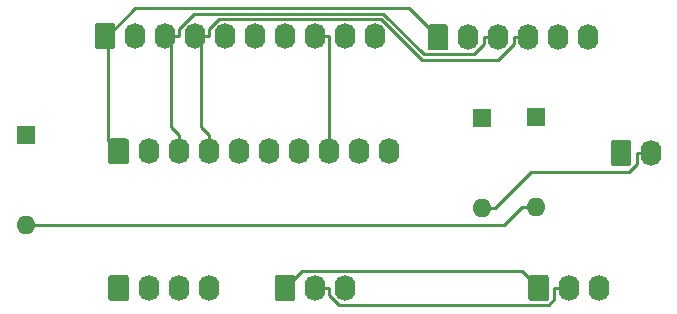
<source format=gbr>
G04 #@! TF.GenerationSoftware,KiCad,Pcbnew,(5.1.5-0-10_14)*
G04 #@! TF.CreationDate,2021-04-18T15:00:39+10:00*
G04 #@! TF.ProjectId,OH - Right Console - 6 - KY-58 Control,4f48202d-2052-4696-9768-7420436f6e73,rev?*
G04 #@! TF.SameCoordinates,Original*
G04 #@! TF.FileFunction,Copper,L1,Top*
G04 #@! TF.FilePolarity,Positive*
%FSLAX46Y46*%
G04 Gerber Fmt 4.6, Leading zero omitted, Abs format (unit mm)*
G04 Created by KiCad (PCBNEW (5.1.5-0-10_14)) date 2021-04-18 15:00:39*
%MOMM*%
%LPD*%
G04 APERTURE LIST*
%ADD10O,1.740000X2.200000*%
%ADD11C,0.100000*%
%ADD12O,1.600000X1.600000*%
%ADD13R,1.600000X1.600000*%
%ADD14C,0.250000*%
G04 APERTURE END LIST*
D10*
X119253000Y-99060000D03*
X116713000Y-99060000D03*
X114173000Y-99060000D03*
X111633000Y-99060000D03*
X109093000Y-99060000D03*
X106553000Y-99060000D03*
X104013000Y-99060000D03*
X101473000Y-99060000D03*
X98933000Y-99060000D03*
G04 #@! TA.AperFunction,ComponentPad*
D11*
G36*
X97037505Y-97961204D02*
G01*
X97061773Y-97964804D01*
X97085572Y-97970765D01*
X97108671Y-97979030D01*
X97130850Y-97989520D01*
X97151893Y-98002132D01*
X97171599Y-98016747D01*
X97189777Y-98033223D01*
X97206253Y-98051401D01*
X97220868Y-98071107D01*
X97233480Y-98092150D01*
X97243970Y-98114329D01*
X97252235Y-98137428D01*
X97258196Y-98161227D01*
X97261796Y-98185495D01*
X97263000Y-98209999D01*
X97263000Y-99910001D01*
X97261796Y-99934505D01*
X97258196Y-99958773D01*
X97252235Y-99982572D01*
X97243970Y-100005671D01*
X97233480Y-100027850D01*
X97220868Y-100048893D01*
X97206253Y-100068599D01*
X97189777Y-100086777D01*
X97171599Y-100103253D01*
X97151893Y-100117868D01*
X97130850Y-100130480D01*
X97108671Y-100140970D01*
X97085572Y-100149235D01*
X97061773Y-100155196D01*
X97037505Y-100158796D01*
X97013001Y-100160000D01*
X95772999Y-100160000D01*
X95748495Y-100158796D01*
X95724227Y-100155196D01*
X95700428Y-100149235D01*
X95677329Y-100140970D01*
X95655150Y-100130480D01*
X95634107Y-100117868D01*
X95614401Y-100103253D01*
X95596223Y-100086777D01*
X95579747Y-100068599D01*
X95565132Y-100048893D01*
X95552520Y-100027850D01*
X95542030Y-100005671D01*
X95533765Y-99982572D01*
X95527804Y-99958773D01*
X95524204Y-99934505D01*
X95523000Y-99910001D01*
X95523000Y-98209999D01*
X95524204Y-98185495D01*
X95527804Y-98161227D01*
X95533765Y-98137428D01*
X95542030Y-98114329D01*
X95552520Y-98092150D01*
X95565132Y-98071107D01*
X95579747Y-98051401D01*
X95596223Y-98033223D01*
X95614401Y-98016747D01*
X95634107Y-98002132D01*
X95655150Y-97989520D01*
X95677329Y-97979030D01*
X95700428Y-97970765D01*
X95724227Y-97964804D01*
X95748495Y-97961204D01*
X95772999Y-97960000D01*
X97013001Y-97960000D01*
X97037505Y-97961204D01*
G37*
G04 #@! TD.AperFunction*
D10*
X105156000Y-120396000D03*
X102616000Y-120396000D03*
X100076000Y-120396000D03*
G04 #@! TA.AperFunction,ComponentPad*
D11*
G36*
X98180505Y-119297204D02*
G01*
X98204773Y-119300804D01*
X98228572Y-119306765D01*
X98251671Y-119315030D01*
X98273850Y-119325520D01*
X98294893Y-119338132D01*
X98314599Y-119352747D01*
X98332777Y-119369223D01*
X98349253Y-119387401D01*
X98363868Y-119407107D01*
X98376480Y-119428150D01*
X98386970Y-119450329D01*
X98395235Y-119473428D01*
X98401196Y-119497227D01*
X98404796Y-119521495D01*
X98406000Y-119545999D01*
X98406000Y-121246001D01*
X98404796Y-121270505D01*
X98401196Y-121294773D01*
X98395235Y-121318572D01*
X98386970Y-121341671D01*
X98376480Y-121363850D01*
X98363868Y-121384893D01*
X98349253Y-121404599D01*
X98332777Y-121422777D01*
X98314599Y-121439253D01*
X98294893Y-121453868D01*
X98273850Y-121466480D01*
X98251671Y-121476970D01*
X98228572Y-121485235D01*
X98204773Y-121491196D01*
X98180505Y-121494796D01*
X98156001Y-121496000D01*
X96915999Y-121496000D01*
X96891495Y-121494796D01*
X96867227Y-121491196D01*
X96843428Y-121485235D01*
X96820329Y-121476970D01*
X96798150Y-121466480D01*
X96777107Y-121453868D01*
X96757401Y-121439253D01*
X96739223Y-121422777D01*
X96722747Y-121404599D01*
X96708132Y-121384893D01*
X96695520Y-121363850D01*
X96685030Y-121341671D01*
X96676765Y-121318572D01*
X96670804Y-121294773D01*
X96667204Y-121270505D01*
X96666000Y-121246001D01*
X96666000Y-119545999D01*
X96667204Y-119521495D01*
X96670804Y-119497227D01*
X96676765Y-119473428D01*
X96685030Y-119450329D01*
X96695520Y-119428150D01*
X96708132Y-119407107D01*
X96722747Y-119387401D01*
X96739223Y-119369223D01*
X96757401Y-119352747D01*
X96777107Y-119338132D01*
X96798150Y-119325520D01*
X96820329Y-119315030D01*
X96843428Y-119306765D01*
X96867227Y-119300804D01*
X96891495Y-119297204D01*
X96915999Y-119296000D01*
X98156001Y-119296000D01*
X98180505Y-119297204D01*
G37*
G04 #@! TD.AperFunction*
D10*
X137287000Y-99187000D03*
X134747000Y-99187000D03*
X132207000Y-99187000D03*
X129667000Y-99187000D03*
X127127000Y-99187000D03*
G04 #@! TA.AperFunction,ComponentPad*
D11*
G36*
X125231505Y-98088204D02*
G01*
X125255773Y-98091804D01*
X125279572Y-98097765D01*
X125302671Y-98106030D01*
X125324850Y-98116520D01*
X125345893Y-98129132D01*
X125365599Y-98143747D01*
X125383777Y-98160223D01*
X125400253Y-98178401D01*
X125414868Y-98198107D01*
X125427480Y-98219150D01*
X125437970Y-98241329D01*
X125446235Y-98264428D01*
X125452196Y-98288227D01*
X125455796Y-98312495D01*
X125457000Y-98336999D01*
X125457000Y-100037001D01*
X125455796Y-100061505D01*
X125452196Y-100085773D01*
X125446235Y-100109572D01*
X125437970Y-100132671D01*
X125427480Y-100154850D01*
X125414868Y-100175893D01*
X125400253Y-100195599D01*
X125383777Y-100213777D01*
X125365599Y-100230253D01*
X125345893Y-100244868D01*
X125324850Y-100257480D01*
X125302671Y-100267970D01*
X125279572Y-100276235D01*
X125255773Y-100282196D01*
X125231505Y-100285796D01*
X125207001Y-100287000D01*
X123966999Y-100287000D01*
X123942495Y-100285796D01*
X123918227Y-100282196D01*
X123894428Y-100276235D01*
X123871329Y-100267970D01*
X123849150Y-100257480D01*
X123828107Y-100244868D01*
X123808401Y-100230253D01*
X123790223Y-100213777D01*
X123773747Y-100195599D01*
X123759132Y-100175893D01*
X123746520Y-100154850D01*
X123736030Y-100132671D01*
X123727765Y-100109572D01*
X123721804Y-100085773D01*
X123718204Y-100061505D01*
X123717000Y-100037001D01*
X123717000Y-98336999D01*
X123718204Y-98312495D01*
X123721804Y-98288227D01*
X123727765Y-98264428D01*
X123736030Y-98241329D01*
X123746520Y-98219150D01*
X123759132Y-98198107D01*
X123773747Y-98178401D01*
X123790223Y-98160223D01*
X123808401Y-98143747D01*
X123828107Y-98129132D01*
X123849150Y-98116520D01*
X123871329Y-98106030D01*
X123894428Y-98097765D01*
X123918227Y-98091804D01*
X123942495Y-98088204D01*
X123966999Y-98087000D01*
X125207001Y-98087000D01*
X125231505Y-98088204D01*
G37*
G04 #@! TD.AperFunction*
D10*
X138176000Y-120396000D03*
X135636000Y-120396000D03*
G04 #@! TA.AperFunction,ComponentPad*
D11*
G36*
X133740505Y-119297204D02*
G01*
X133764773Y-119300804D01*
X133788572Y-119306765D01*
X133811671Y-119315030D01*
X133833850Y-119325520D01*
X133854893Y-119338132D01*
X133874599Y-119352747D01*
X133892777Y-119369223D01*
X133909253Y-119387401D01*
X133923868Y-119407107D01*
X133936480Y-119428150D01*
X133946970Y-119450329D01*
X133955235Y-119473428D01*
X133961196Y-119497227D01*
X133964796Y-119521495D01*
X133966000Y-119545999D01*
X133966000Y-121246001D01*
X133964796Y-121270505D01*
X133961196Y-121294773D01*
X133955235Y-121318572D01*
X133946970Y-121341671D01*
X133936480Y-121363850D01*
X133923868Y-121384893D01*
X133909253Y-121404599D01*
X133892777Y-121422777D01*
X133874599Y-121439253D01*
X133854893Y-121453868D01*
X133833850Y-121466480D01*
X133811671Y-121476970D01*
X133788572Y-121485235D01*
X133764773Y-121491196D01*
X133740505Y-121494796D01*
X133716001Y-121496000D01*
X132475999Y-121496000D01*
X132451495Y-121494796D01*
X132427227Y-121491196D01*
X132403428Y-121485235D01*
X132380329Y-121476970D01*
X132358150Y-121466480D01*
X132337107Y-121453868D01*
X132317401Y-121439253D01*
X132299223Y-121422777D01*
X132282747Y-121404599D01*
X132268132Y-121384893D01*
X132255520Y-121363850D01*
X132245030Y-121341671D01*
X132236765Y-121318572D01*
X132230804Y-121294773D01*
X132227204Y-121270505D01*
X132226000Y-121246001D01*
X132226000Y-119545999D01*
X132227204Y-119521495D01*
X132230804Y-119497227D01*
X132236765Y-119473428D01*
X132245030Y-119450329D01*
X132255520Y-119428150D01*
X132268132Y-119407107D01*
X132282747Y-119387401D01*
X132299223Y-119369223D01*
X132317401Y-119352747D01*
X132337107Y-119338132D01*
X132358150Y-119325520D01*
X132380329Y-119315030D01*
X132403428Y-119306765D01*
X132427227Y-119300804D01*
X132451495Y-119297204D01*
X132475999Y-119296000D01*
X133716001Y-119296000D01*
X133740505Y-119297204D01*
G37*
G04 #@! TD.AperFunction*
D10*
X120396000Y-108839000D03*
X117856000Y-108839000D03*
X115316000Y-108839000D03*
X112776000Y-108839000D03*
X110236000Y-108839000D03*
X107696000Y-108839000D03*
X105156000Y-108839000D03*
X102616000Y-108839000D03*
X100076000Y-108839000D03*
G04 #@! TA.AperFunction,ComponentPad*
D11*
G36*
X98180505Y-107740204D02*
G01*
X98204773Y-107743804D01*
X98228572Y-107749765D01*
X98251671Y-107758030D01*
X98273850Y-107768520D01*
X98294893Y-107781132D01*
X98314599Y-107795747D01*
X98332777Y-107812223D01*
X98349253Y-107830401D01*
X98363868Y-107850107D01*
X98376480Y-107871150D01*
X98386970Y-107893329D01*
X98395235Y-107916428D01*
X98401196Y-107940227D01*
X98404796Y-107964495D01*
X98406000Y-107988999D01*
X98406000Y-109689001D01*
X98404796Y-109713505D01*
X98401196Y-109737773D01*
X98395235Y-109761572D01*
X98386970Y-109784671D01*
X98376480Y-109806850D01*
X98363868Y-109827893D01*
X98349253Y-109847599D01*
X98332777Y-109865777D01*
X98314599Y-109882253D01*
X98294893Y-109896868D01*
X98273850Y-109909480D01*
X98251671Y-109919970D01*
X98228572Y-109928235D01*
X98204773Y-109934196D01*
X98180505Y-109937796D01*
X98156001Y-109939000D01*
X96915999Y-109939000D01*
X96891495Y-109937796D01*
X96867227Y-109934196D01*
X96843428Y-109928235D01*
X96820329Y-109919970D01*
X96798150Y-109909480D01*
X96777107Y-109896868D01*
X96757401Y-109882253D01*
X96739223Y-109865777D01*
X96722747Y-109847599D01*
X96708132Y-109827893D01*
X96695520Y-109806850D01*
X96685030Y-109784671D01*
X96676765Y-109761572D01*
X96670804Y-109737773D01*
X96667204Y-109713505D01*
X96666000Y-109689001D01*
X96666000Y-107988999D01*
X96667204Y-107964495D01*
X96670804Y-107940227D01*
X96676765Y-107916428D01*
X96685030Y-107893329D01*
X96695520Y-107871150D01*
X96708132Y-107850107D01*
X96722747Y-107830401D01*
X96739223Y-107812223D01*
X96757401Y-107795747D01*
X96777107Y-107781132D01*
X96798150Y-107768520D01*
X96820329Y-107758030D01*
X96843428Y-107749765D01*
X96867227Y-107743804D01*
X96891495Y-107740204D01*
X96915999Y-107739000D01*
X98156001Y-107739000D01*
X98180505Y-107740204D01*
G37*
G04 #@! TD.AperFunction*
D10*
X116713000Y-120396000D03*
X114173000Y-120396000D03*
G04 #@! TA.AperFunction,ComponentPad*
D11*
G36*
X112277505Y-119297204D02*
G01*
X112301773Y-119300804D01*
X112325572Y-119306765D01*
X112348671Y-119315030D01*
X112370850Y-119325520D01*
X112391893Y-119338132D01*
X112411599Y-119352747D01*
X112429777Y-119369223D01*
X112446253Y-119387401D01*
X112460868Y-119407107D01*
X112473480Y-119428150D01*
X112483970Y-119450329D01*
X112492235Y-119473428D01*
X112498196Y-119497227D01*
X112501796Y-119521495D01*
X112503000Y-119545999D01*
X112503000Y-121246001D01*
X112501796Y-121270505D01*
X112498196Y-121294773D01*
X112492235Y-121318572D01*
X112483970Y-121341671D01*
X112473480Y-121363850D01*
X112460868Y-121384893D01*
X112446253Y-121404599D01*
X112429777Y-121422777D01*
X112411599Y-121439253D01*
X112391893Y-121453868D01*
X112370850Y-121466480D01*
X112348671Y-121476970D01*
X112325572Y-121485235D01*
X112301773Y-121491196D01*
X112277505Y-121494796D01*
X112253001Y-121496000D01*
X111012999Y-121496000D01*
X110988495Y-121494796D01*
X110964227Y-121491196D01*
X110940428Y-121485235D01*
X110917329Y-121476970D01*
X110895150Y-121466480D01*
X110874107Y-121453868D01*
X110854401Y-121439253D01*
X110836223Y-121422777D01*
X110819747Y-121404599D01*
X110805132Y-121384893D01*
X110792520Y-121363850D01*
X110782030Y-121341671D01*
X110773765Y-121318572D01*
X110767804Y-121294773D01*
X110764204Y-121270505D01*
X110763000Y-121246001D01*
X110763000Y-119545999D01*
X110764204Y-119521495D01*
X110767804Y-119497227D01*
X110773765Y-119473428D01*
X110782030Y-119450329D01*
X110792520Y-119428150D01*
X110805132Y-119407107D01*
X110819747Y-119387401D01*
X110836223Y-119369223D01*
X110854401Y-119352747D01*
X110874107Y-119338132D01*
X110895150Y-119325520D01*
X110917329Y-119315030D01*
X110940428Y-119306765D01*
X110964227Y-119300804D01*
X110988495Y-119297204D01*
X111012999Y-119296000D01*
X112253001Y-119296000D01*
X112277505Y-119297204D01*
G37*
G04 #@! TD.AperFunction*
D10*
X142621000Y-108966000D03*
G04 #@! TA.AperFunction,ComponentPad*
D11*
G36*
X140725505Y-107867204D02*
G01*
X140749773Y-107870804D01*
X140773572Y-107876765D01*
X140796671Y-107885030D01*
X140818850Y-107895520D01*
X140839893Y-107908132D01*
X140859599Y-107922747D01*
X140877777Y-107939223D01*
X140894253Y-107957401D01*
X140908868Y-107977107D01*
X140921480Y-107998150D01*
X140931970Y-108020329D01*
X140940235Y-108043428D01*
X140946196Y-108067227D01*
X140949796Y-108091495D01*
X140951000Y-108115999D01*
X140951000Y-109816001D01*
X140949796Y-109840505D01*
X140946196Y-109864773D01*
X140940235Y-109888572D01*
X140931970Y-109911671D01*
X140921480Y-109933850D01*
X140908868Y-109954893D01*
X140894253Y-109974599D01*
X140877777Y-109992777D01*
X140859599Y-110009253D01*
X140839893Y-110023868D01*
X140818850Y-110036480D01*
X140796671Y-110046970D01*
X140773572Y-110055235D01*
X140749773Y-110061196D01*
X140725505Y-110064796D01*
X140701001Y-110066000D01*
X139460999Y-110066000D01*
X139436495Y-110064796D01*
X139412227Y-110061196D01*
X139388428Y-110055235D01*
X139365329Y-110046970D01*
X139343150Y-110036480D01*
X139322107Y-110023868D01*
X139302401Y-110009253D01*
X139284223Y-109992777D01*
X139267747Y-109974599D01*
X139253132Y-109954893D01*
X139240520Y-109933850D01*
X139230030Y-109911671D01*
X139221765Y-109888572D01*
X139215804Y-109864773D01*
X139212204Y-109840505D01*
X139211000Y-109816001D01*
X139211000Y-108115999D01*
X139212204Y-108091495D01*
X139215804Y-108067227D01*
X139221765Y-108043428D01*
X139230030Y-108020329D01*
X139240520Y-107998150D01*
X139253132Y-107977107D01*
X139267747Y-107957401D01*
X139284223Y-107939223D01*
X139302401Y-107922747D01*
X139322107Y-107908132D01*
X139343150Y-107895520D01*
X139365329Y-107885030D01*
X139388428Y-107876765D01*
X139412227Y-107870804D01*
X139436495Y-107867204D01*
X139460999Y-107866000D01*
X140701001Y-107866000D01*
X140725505Y-107867204D01*
G37*
G04 #@! TD.AperFunction*
D12*
X128270000Y-113665000D03*
D13*
X128270000Y-106045000D03*
D12*
X89662000Y-115062000D03*
D13*
X89662000Y-107442000D03*
D12*
X132842000Y-113538000D03*
D13*
X132842000Y-105918000D03*
D14*
X132842000Y-113538000D02*
X131716700Y-113538000D01*
X89662000Y-115062000D02*
X130192700Y-115062000D01*
X130192700Y-115062000D02*
X131716700Y-113538000D01*
X142621000Y-108966000D02*
X141425700Y-108966000D01*
X128270000Y-113665000D02*
X129395300Y-113665000D01*
X129395300Y-113665000D02*
X132444600Y-110615700D01*
X132444600Y-110615700D02*
X140747200Y-110615700D01*
X140747200Y-110615700D02*
X141425700Y-109937200D01*
X141425700Y-109937200D02*
X141425700Y-108966000D01*
X135636000Y-120396000D02*
X134440700Y-120396000D01*
X114173000Y-120396000D02*
X115368300Y-120396000D01*
X115368300Y-120396000D02*
X115368300Y-120993600D01*
X115368300Y-120993600D02*
X116217700Y-121843000D01*
X116217700Y-121843000D02*
X133964900Y-121843000D01*
X133964900Y-121843000D02*
X134440700Y-121367200D01*
X134440700Y-121367200D02*
X134440700Y-120396000D01*
X111633000Y-120396000D02*
X113075600Y-118953400D01*
X113075600Y-118953400D02*
X131653400Y-118953400D01*
X131653400Y-118953400D02*
X133096000Y-120396000D01*
X115316000Y-108839000D02*
X115316000Y-107413700D01*
X114173000Y-99060000D02*
X115368300Y-99060000D01*
X115316000Y-107413700D02*
X115368300Y-107361400D01*
X115368300Y-107361400D02*
X115368300Y-99060000D01*
X105156000Y-108839000D02*
X105156000Y-107413700D01*
X104482000Y-99060000D02*
X104482000Y-106739700D01*
X104482000Y-106739700D02*
X105156000Y-107413700D01*
X104482000Y-99060000D02*
X105208300Y-99060000D01*
X104013000Y-99060000D02*
X104482000Y-99060000D01*
X132207000Y-99187000D02*
X131011700Y-99187000D01*
X131011700Y-99187000D02*
X131011700Y-99784600D01*
X131011700Y-99784600D02*
X129697800Y-101098500D01*
X129697800Y-101098500D02*
X123235400Y-101098500D01*
X123235400Y-101098500D02*
X119760700Y-97623800D01*
X119760700Y-97623800D02*
X106046800Y-97623800D01*
X106046800Y-97623800D02*
X105208300Y-98462300D01*
X105208300Y-98462300D02*
X105208300Y-99060000D01*
X102616000Y-108839000D02*
X102616000Y-107413700D01*
X101942000Y-99060000D02*
X101942000Y-106739700D01*
X101942000Y-106739700D02*
X102616000Y-107413700D01*
X101942000Y-99060000D02*
X102668300Y-99060000D01*
X101473000Y-99060000D02*
X101942000Y-99060000D01*
X128471700Y-99187000D02*
X128471700Y-99784600D01*
X128471700Y-99784600D02*
X127632400Y-100623900D01*
X127632400Y-100623900D02*
X123397700Y-100623900D01*
X123397700Y-100623900D02*
X119947200Y-97173400D01*
X119947200Y-97173400D02*
X103957300Y-97173400D01*
X103957300Y-97173400D02*
X102668300Y-98462400D01*
X102668300Y-98462400D02*
X102668300Y-99060000D01*
X129667000Y-99187000D02*
X128471700Y-99187000D01*
X96627500Y-99060000D02*
X96627500Y-107930500D01*
X96627500Y-107930500D02*
X97536000Y-108839000D01*
X124587000Y-99187000D02*
X122123100Y-96723100D01*
X122123100Y-96723100D02*
X98964400Y-96723100D01*
X98964400Y-96723100D02*
X96627500Y-99060000D01*
X96627500Y-99060000D02*
X96393000Y-99060000D01*
M02*

</source>
